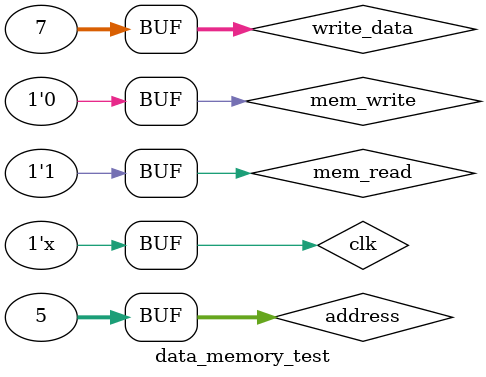
<source format=v>
`timescale 1ns / 1ps


module data_memory_test;

	// Inputs
	reg clk;
	reg [31:0] address;
	reg [31:0] write_data;
	reg mem_read;
	reg mem_write;

	// Outputs
	initial clk = 0;
	always #25 clk = ~clk;
	wire [31:0] read_data;

	// Instantiate the Unit Under Test (UUT)
	data_memory uut (
		.clk(clk), 
		.address(address), 
		.write_data(write_data), 
		.mem_read(mem_read), 
		.mem_write(mem_write), 
		.read_data(read_data)
	);

	initial begin
		// Initialize Inputs
		address = 5;
		write_data = 7;
		mem_read = 0;
		mem_write = 1;

		// Wait 100 ns for global reset to finish
		#100;
		address = 5;
		write_data = 7;
		mem_read = 1;
		mem_write = 0;

		// Wait 100 ns for global reset to finish
		#100;
        
		// Add stimulus here

	end
      
endmodule


</source>
